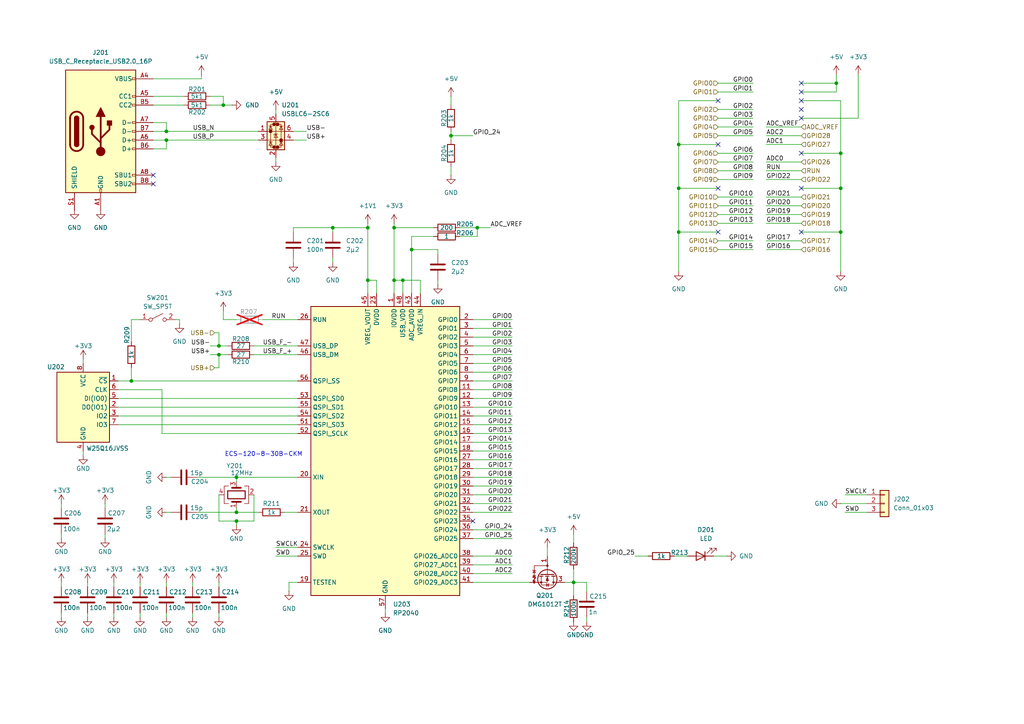
<source format=kicad_sch>
(kicad_sch (version 20231120) (generator "eeschema") (generator_version "8.0")
  (paper "A4")
  (title_block (title "VersaTerm Synthron Adaptation") (date "2024-09-26") (rev "1.0") (company "Synthron"))
  (lib_symbols
    (symbol "Connector:USB_C_Receptacle_USB2.0_16P" (pin_names (offset 1.016))
      (property "Reference" "J" (at 0 22.225 0))
      (property "Value" "USB_C_Receptacle_USB2.0_16P" (at 0 19.685 0))
      (symbol "USB_C_Receptacle_USB2.0_16P_1_1"
        (pin passive line (at 0 -22.86 90) (length 5.08) (name "GND") (number "A1"))
        (pin passive line (at 0 -22.86 90) (length 5.08) hide (name "GND") (number "A12"))
        (pin passive line (at 15.24 15.24 180) (length 5.08) (name "VBUS") (number "A4"))
        (pin bidirectional line (at 15.24 10.16 180) (length 5.08) (name "CC1") (number "A5"))
        (pin bidirectional line (at 15.24 -2.54 180) (length 5.08) (name "D+") (number "A6"))
        (pin bidirectional line (at 15.24 2.54 180) (length 5.08) (name "D-") (number "A7"))
        (pin bidirectional line (at 15.24 -12.7 180) (length 5.08) (name "SBU1") (number "A8"))
        (pin passive line (at 15.24 15.24 180) (length 5.08) hide (name "VBUS") (number "A9"))
        (pin passive line (at 0 -22.86 90) (length 5.08) hide (name "GND") (number "B1"))
        (pin passive line (at 0 -22.86 90) (length 5.08) hide (name "GND") (number "B12"))
        (pin passive line (at 15.24 15.24 180) (length 5.08) hide (name "VBUS") (number "B4"))
        (pin bidirectional line (at 15.24 7.62 180) (length 5.08) (name "CC2") (number "B5"))
        (pin bidirectional line (at 15.24 -5.08 180) (length 5.08) (name "D+") (number "B6"))
        (pin bidirectional line (at 15.24 0 180) (length 5.08) (name "D-") (number "B7"))
        (pin bidirectional line (at 15.24 -15.24 180) (length 5.08) (name "SBU2") (number "B8"))
        (pin passive line (at 15.24 15.24 180) (length 5.08) hide (name "VBUS") (number "B9"))
        (pin passive line (at -7.62 -22.86 90) (length 5.08) (name "SHIELD") (number "S1"))
      )
    )
    (symbol "Connector_Generic:Conn_01x03" (pin_names (offset 1.016) hide)
      (property "Reference" "J" (at 0 5.08 0))
      (property "Value" "Conn_01x03" (at 0 -5.08 0))
      (symbol "Conn_01x03_1_1"
        (pin passive line (at -5.08 2.54 0) (length 3.81) (name "Pin_1") (number "1"))
        (pin passive line (at -5.08 0 0) (length 3.81) (name "Pin_2") (number "2"))
        (pin passive line (at -5.08 -2.54 0) (length 3.81) (name "Pin_3") (number "3"))
      )
    )
    (symbol "Device:C" (pin_numbers hide) (pin_names (offset 0.254))
      (property "Reference" "C" (at 0.635 2.54 0))
      (property "Value" "C" (at 0.635 -2.54 0))
      (symbol "C_1_1"
        (pin passive line (at 0 3.81 270) (length 2.794) (name "~") (number "1"))
        (pin passive line (at 0 -3.81 90) (length 2.794) (name "~") (number "2"))
      )
    )
    (symbol "Device:Crystal_GND24" (pin_names (offset 1.016) hide)
      (property "Reference" "Y" (at 3.175 5.08 0))
      (property "Value" "Crystal_GND24" (at 3.175 3.175 0))
      (symbol "Crystal_GND24_1_1"
        (pin passive line (at -3.81 0 0) (length 1.27) (name "1") (number "1"))
        (pin passive line (at 0 5.08 270) (length 1.27) (name "2") (number "2"))
        (pin passive line (at 3.81 0 180) (length 1.27) (name "3") (number "3"))
        (pin passive line (at 0 -5.08 90) (length 1.27) (name "4") (number "4"))
      )
    )
    (symbol "Device:LED" (pin_numbers hide) (pin_names (offset 1.016) hide)
      (property "Reference" "D" (at 0 2.54 0))
      (property "Value" "LED" (at 0 -2.54 0))
      (symbol "LED_1_1"
        (pin passive line (at -3.81 0 0) (length 2.54) (name "K") (number "1"))
        (pin passive line (at 3.81 0 180) (length 2.54) (name "A") (number "2"))
      )
    )
    (symbol "Device:R" (pin_numbers hide) (pin_names (offset 0))
      (property "Reference" "R" (at 2.032 0 90))
      (property "Value" "R" (at 0 0 90))
      (symbol "R_1_1"
        (pin passive line (at 0 3.81 270) (length 1.27) (name "~") (number "1"))
        (pin passive line (at 0 -3.81 90) (length 1.27) (name "~") (number "2"))
      )
    )
    (symbol "MCU_RaspberryPi:RP2040"
      (property "Reference" "U" (at 17.78 45.72 0))
      (property "Value" "RP2040" (at 17.78 43.18 0))
      (symbol "RP2040_1_1"
        (pin power_in line (at 2.54 45.72 270) (length 3.81) (name "IOVDD") (number "1"))
        (pin passive line (at 2.54 45.72 270) (length 3.81) hide (name "IOVDD") (number "10"))
        (pin bidirectional line (at 25.4 17.78 180) (length 3.81) (name "GPIO8") (number "11"))
        (pin bidirectional line (at 25.4 15.24 180) (length 3.81) (name "GPIO9") (number "12"))
        (pin bidirectional line (at 25.4 12.7 180) (length 3.81) (name "GPIO10") (number "13"))
        (pin bidirectional line (at 25.4 10.16 180) (length 3.81) (name "GPIO11") (number "14"))
        (pin bidirectional line (at 25.4 7.62 180) (length 3.81) (name "GPIO12") (number "15"))
        (pin bidirectional line (at 25.4 5.08 180) (length 3.81) (name "GPIO13") (number "16"))
        (pin bidirectional line (at 25.4 2.54 180) (length 3.81) (name "GPIO14") (number "17"))
        (pin bidirectional line (at 25.4 0 180) (length 3.81) (name "GPIO15") (number "18"))
        (pin input line (at -25.4 -38.1 0) (length 3.81) (name "TESTEN") (number "19"))
        (pin bidirectional line (at 25.4 38.1 180) (length 3.81) (name "GPIO0") (number "2"))
        (pin input line (at -25.4 -7.62 0) (length 3.81) (name "XIN") (number "20"))
        (pin passive line (at -25.4 -17.78 0) (length 3.81) (name "XOUT") (number "21"))
        (pin passive line (at 2.54 45.72 270) (length 3.81) hide (name "IOVDD") (number "22"))
        (pin power_in line (at -2.54 45.72 270) (length 3.81) (name "DVDD") (number "23"))
        (pin input line (at -25.4 -27.94 0) (length 3.81) (name "SWCLK") (number "24"))
        (pin bidirectional line (at -25.4 -30.48 0) (length 3.81) (name "SWD") (number "25"))
        (pin input line (at -25.4 38.1 0) (length 3.81) (name "RUN") (number "26"))
        (pin bidirectional line (at 25.4 -2.54 180) (length 3.81) (name "GPIO16") (number "27"))
        (pin bidirectional line (at 25.4 -5.08 180) (length 3.81) (name "GPIO17") (number "28"))
        (pin bidirectional line (at 25.4 -7.62 180) (length 3.81) (name "GPIO18") (number "29"))
        (pin bidirectional line (at 25.4 35.56 180) (length 3.81) (name "GPIO1") (number "3"))
        (pin bidirectional line (at 25.4 -10.16 180) (length 3.81) (name "GPIO19") (number "30"))
        (pin bidirectional line (at 25.4 -12.7 180) (length 3.81) (name "GPIO20") (number "31"))
        (pin bidirectional line (at 25.4 -15.24 180) (length 3.81) (name "GPIO21") (number "32"))
        (pin passive line (at 2.54 45.72 270) (length 3.81) hide (name "IOVDD") (number "33"))
        (pin bidirectional line (at 25.4 -17.78 180) (length 3.81) (name "GPIO22") (number "34"))
        (pin bidirectional line (at 25.4 -20.32 180) (length 3.81) (name "GPIO23") (number "35"))
        (pin bidirectional line (at 25.4 -22.86 180) (length 3.81) (name "GPIO24") (number "36"))
        (pin bidirectional line (at 25.4 -25.4 180) (length 3.81) (name "GPIO25") (number "37"))
        (pin bidirectional line (at 25.4 -30.48 180) (length 3.81) (name "GPIO26_ADC0") (number "38"))
        (pin bidirectional line (at 25.4 -33.02 180) (length 3.81) (name "GPIO27_ADC1") (number "39"))
        (pin bidirectional line (at 25.4 33.02 180) (length 3.81) (name "GPIO2") (number "4"))
        (pin bidirectional line (at 25.4 -35.56 180) (length 3.81) (name "GPIO28_ADC2") (number "40"))
        (pin bidirectional line (at 25.4 -38.1 180) (length 3.81) (name "GPIO29_ADC3") (number "41"))
        (pin passive line (at 2.54 45.72 270) (length 3.81) hide (name "IOVDD") (number "42"))
        (pin power_in line (at 7.62 45.72 270) (length 3.81) (name "ADC_AVDD") (number "43"))
        (pin power_in line (at 10.16 45.72 270) (length 3.81) (name "VREG_IN") (number "44"))
        (pin power_out line (at -5.08 45.72 270) (length 3.81) (name "VREG_VOUT") (number "45"))
        (pin bidirectional line (at -25.4 27.94 0) (length 3.81) (name "USB_DM") (number "46"))
        (pin bidirectional line (at -25.4 30.48 0) (length 3.81) (name "USB_DP") (number "47"))
        (pin power_in line (at 5.08 45.72 270) (length 3.81) (name "USB_VDD") (number "48"))
        (pin passive line (at 2.54 45.72 270) (length 3.81) hide (name "IOVDD") (number "49"))
        (pin bidirectional line (at 25.4 30.48 180) (length 3.81) (name "GPIO3") (number "5"))
        (pin passive line (at -2.54 45.72 270) (length 3.81) hide (name "DVDD") (number "50"))
        (pin bidirectional line (at -25.4 7.62 0) (length 3.81) (name "QSPI_SD3") (number "51"))
        (pin output line (at -25.4 5.08 0) (length 3.81) (name "QSPI_SCLK") (number "52"))
        (pin bidirectional line (at -25.4 15.24 0) (length 3.81) (name "QSPI_SD0") (number "53"))
        (pin bidirectional line (at -25.4 10.16 0) (length 3.81) (name "QSPI_SD2") (number "54"))
        (pin bidirectional line (at -25.4 12.7 0) (length 3.81) (name "QSPI_SD1") (number "55"))
        (pin bidirectional line (at -25.4 20.32 0) (length 3.81) (name "QSPI_SS") (number "56"))
        (pin power_in line (at 0 -45.72 90) (length 3.81) (name "GND") (number "57"))
        (pin bidirectional line (at 25.4 27.94 180) (length 3.81) (name "GPIO4") (number "6"))
        (pin bidirectional line (at 25.4 25.4 180) (length 3.81) (name "GPIO5") (number "7"))
        (pin bidirectional line (at 25.4 22.86 180) (length 3.81) (name "GPIO6") (number "8"))
        (pin bidirectional line (at 25.4 20.32 180) (length 3.81) (name "GPIO7") (number "9"))
      )
    )
    (symbol "Memory_Flash:W25Q16JVSS"
      (property "Reference" "U" (at -6.35 11.43 0))
      (property "Value" "W25Q16JVSS" (at 7.62 11.43 0))
      (symbol "W25Q16JVSS_1_1"
        (pin input line (at -10.16 7.62 0) (length 2.54) (name "~{CS}") (number "1"))
        (pin bidirectional line (at -10.16 0 0) (length 2.54) (name "DO(IO1)") (number "2"))
        (pin bidirectional line (at -10.16 -2.54 0) (length 2.54) (name "IO2") (number "3"))
        (pin power_in line (at 0 -12.7 90) (length 2.54) (name "GND") (number "4"))
        (pin bidirectional line (at -10.16 2.54 0) (length 2.54) (name "DI(IO0)") (number "5"))
        (pin input line (at -10.16 5.08 0) (length 2.54) (name "CLK") (number "6"))
        (pin bidirectional line (at -10.16 -5.08 0) (length 2.54) (name "IO3") (number "7"))
        (pin power_in line (at 0 12.7 270) (length 2.54) (name "VCC") (number "8"))
      )
    )
    (symbol "Power_Protection:USBLC6-2SC6" (pin_names hide)
      (property "Reference" "U" (at 0.635 5.715 0))
      (property "Value" "USBLC6-2SC6" (at 0.635 3.81 0))
      (symbol "USBLC6-2SC6_1_1"
        (pin passive line (at -5.08 0 0) (length 2.54) (name "I/O1") (number "1"))
        (pin passive line (at 0 -7.62 90) (length 2.54) (name "GND") (number "2"))
        (pin passive line (at -5.08 -2.54 0) (length 2.54) (name "I/O2") (number "3"))
        (pin passive line (at 5.08 -2.54 180) (length 2.54) (name "I/O2") (number "4"))
        (pin passive line (at 0 5.08 270) (length 2.54) (name "VBUS") (number "5"))
        (pin passive line (at 5.08 0 180) (length 2.54) (name "I/O1") (number "6"))
      )
    )
    (symbol "Switch:SW_SPST" (pin_names (offset 0) hide)
      (property "Reference" "SW" (at 0 3.175 0))
      (property "Value" "SW_SPST" (at 0 -2.54 0))
      (symbol "SW_SPST_1_1"
        (pin passive line (at -5.08 0 0) (length 2.54) (name "A") (number "1"))
        (pin passive line (at 5.08 0 180) (length 2.54) (name "B") (number "2"))
      )
    )
    (symbol "Transistor_FET:DMG1012T" (pin_names (offset 0) hide)
      (property "Reference" "Q" (at 5.08 1.905 0))
      (property "Value" "DMG1012T" (at 5.08 0 0))
      (symbol "DMG1012T_1_1"
        (pin input line (at -5.08 0 0) (length 2.54) (name "G") (number "1"))
        (pin passive line (at 2.54 -5.08 90) (length 2.54) (name "S") (number "2"))
        (pin passive line (at 2.54 5.08 270) (length 2.54) (name "D") (number "3"))
      )
    )
    (symbol "power:+1V1" (power) (pin_numbers hide) (pin_names (offset 0) hide)
      (property "Value" "+1V1" (at 0 3.556 0))
      (symbol "+1V1_1_1"
        (pin power_in line (at 0 0 90) (length 0) (name "~") (number "1"))
      )
    )
    (symbol "power:+3V3" (power) (pin_numbers hide) (pin_names (offset 0) hide)
      (property "Value" "+3V3" (at 0 3.556 0))
      (symbol "+3V3_1_1"
        (pin power_in line (at 0 0 90) (length 0) (name "~") (number "1"))
      )
    )
    (symbol "power:+5V" (power) (pin_numbers hide) (pin_names (offset 0) hide)
      (property "Value" "+5V" (at 0 3.556 0))
      (symbol "+5V_1_1"
        (pin power_in line (at 0 0 90) (length 0) (name "~") (number "1"))
      )
    )
    (symbol "power:GND" (power) (pin_numbers hide) (pin_names (offset 0) hide)
      (property "Value" "GND" (at 0 -3.81 0))
      (symbol "GND_1_1"
        (pin power_in line (at 0 0 270) (length 0) (name "~") (number "1"))
      )
    )
  )
  (junction (at 243.84 44.45))
  (junction (at 106.68 81.28))
  (junction (at 68.58 151.13))
  (junction (at 130.81 39.37))
  (junction (at 196.85 41.91))
  (junction (at 63.5 100.33))
  (junction (at 68.58 148.59))
  (junction (at 243.84 54.61))
  (junction (at 196.85 54.61))
  (junction (at 196.85 67.31))
  (junction (at 138.43 66.04))
  (junction (at 63.5 102.87))
  (junction (at 116.84 81.28))
  (junction (at 242.57 24.13))
  (junction (at 166.37 168.91))
  (junction (at 106.68 66.04))
  (junction (at 48.26 38.1))
  (junction (at 68.58 138.43))
  (junction (at 114.3 81.28))
  (junction (at 114.3 66.04))
  (junction (at 243.84 67.31))
  (junction (at 64.77 30.48))
  (junction (at 119.38 72.39))
  (junction (at 96.52 66.04))
  (junction (at 38.1 110.49))
  (junction (at 48.26 40.64))
  (no_connect (at 44.45 53.34))
  (no_connect (at 44.45 50.8))
  (no_connect (at 232.41 26.67))
  (no_connect (at 232.41 44.45))
  (no_connect (at 232.41 67.31))
  (no_connect (at 208.28 41.91))
  (no_connect (at 232.41 54.61))
  (no_connect (at 137.16 151.13))
  (no_connect (at 208.28 54.61))
  (no_connect (at 208.28 67.31))
  (no_connect (at 232.41 29.21))
  (no_connect (at 232.41 24.13))
  (no_connect (at 232.41 34.29))
  (no_connect (at 232.41 31.75))
  (no_connect (at 208.28 29.21))
  (wire (pts (xy 44.45 27.94) (xy 53.34 27.94)))
  (wire (pts (xy 25.4 177.8) (xy 25.4 179.07)))
  (wire (pts (xy 85.09 38.1) (xy 88.9 38.1)))
  (wire (pts (xy 148.59 143.51) (xy 137.16 143.51)))
  (wire (pts (xy 218.44 59.69) (xy 208.28 59.69)))
  (wire (pts (xy 96.52 66.04) (xy 96.52 67.31)))
  (wire (pts (xy 148.59 148.59) (xy 137.16 148.59)))
  (wire (pts (xy 55.88 168.91) (xy 55.88 170.18)))
  (wire (pts (xy 52.07 93.98) (xy 52.07 92.71)))
  (wire (pts (xy 34.29 115.57) (xy 86.36 115.57)))
  (wire (pts (xy 137.16 156.21) (xy 148.59 156.21)))
  (wire (pts (xy 116.84 81.28) (xy 114.3 81.28)))
  (wire (pts (xy 196.85 41.91) (xy 196.85 54.61)))
  (wire (pts (xy 68.58 148.59) (xy 74.93 148.59)))
  (wire (pts (xy 245.11 148.59) (xy 251.46 148.59)))
  (wire (pts (xy 106.68 64.77) (xy 106.68 66.04)))
  (wire (pts (xy 218.44 46.99) (xy 208.28 46.99)))
  (wire (pts (xy 114.3 66.04) (xy 114.3 81.28)))
  (wire (pts (xy 68.58 138.43) (xy 68.58 139.7)))
  (wire (pts (xy 63.5 102.87) (xy 66.04 102.87)))
  (wire (pts (xy 232.41 26.67) (xy 242.57 26.67)))
  (wire (pts (xy 46.99 113.03) (xy 34.29 113.03)))
  (wire (pts (xy 148.59 107.95) (xy 137.16 107.95)))
  (wire (pts (xy 148.59 163.83) (xy 137.16 163.83)))
  (wire (pts (xy 73.66 143.51) (xy 73.66 151.13)))
  (wire (pts (xy 67.31 30.48) (xy 64.77 30.48)))
  (wire (pts (xy 17.78 177.8) (xy 17.78 179.07)))
  (wire (pts (xy 24.13 130.81) (xy 24.13 132.08)))
  (wire (pts (xy 243.84 67.31) (xy 243.84 78.74)))
  (wire (pts (xy 127 73.66) (xy 127 72.39)))
  (wire (pts (xy 80.01 161.29) (xy 86.36 161.29)))
  (wire (pts (xy 148.59 125.73) (xy 137.16 125.73)))
  (wire (pts (xy 148.59 110.49) (xy 137.16 110.49)))
  (wire (pts (xy 111.76 176.53) (xy 111.76 177.8)))
  (wire (pts (xy 222.25 46.99) (xy 232.41 46.99)))
  (wire (pts (xy 44.45 30.48) (xy 53.34 30.48)))
  (wire (pts (xy 232.41 54.61) (xy 243.84 54.61)))
  (wire (pts (xy 64.77 90.17) (xy 64.77 92.71)))
  (wire (pts (xy 130.81 39.37) (xy 130.81 40.64)))
  (wire (pts (xy 127 81.28) (xy 127 82.55)))
  (wire (pts (xy 68.58 147.32) (xy 68.58 148.59)))
  (wire (pts (xy 46.99 125.73) (xy 46.99 113.03)))
  (wire (pts (xy 85.09 67.31) (xy 85.09 66.04)))
  (wire (pts (xy 166.37 168.91) (xy 166.37 172.72)))
  (wire (pts (xy 148.59 130.81) (xy 137.16 130.81)))
  (wire (pts (xy 218.44 31.75) (xy 208.28 31.75)))
  (wire (pts (xy 232.41 44.45) (xy 243.84 44.45)))
  (wire (pts (xy 80.01 158.75) (xy 86.36 158.75)))
  (wire (pts (xy 109.22 85.09) (xy 109.22 81.28)))
  (wire (pts (xy 62.23 106.68) (xy 63.5 106.68)))
  (wire (pts (xy 148.59 102.87) (xy 137.16 102.87)))
  (wire (pts (xy 248.92 21.59) (xy 248.92 34.29)))
  (wire (pts (xy 55.88 177.8) (xy 55.88 179.07)))
  (wire (pts (xy 243.84 54.61) (xy 243.84 67.31)))
  (wire (pts (xy 25.4 168.91) (xy 25.4 170.18)))
  (wire (pts (xy 44.45 38.1) (xy 48.26 38.1)))
  (wire (pts (xy 218.44 64.77) (xy 208.28 64.77)))
  (wire (pts (xy 24.13 104.14) (xy 24.13 105.41)))
  (wire (pts (xy 30.48 146.05) (xy 30.48 147.32)))
  (wire (pts (xy 17.78 146.05) (xy 17.78 147.32)))
  (wire (pts (xy 17.78 154.94) (xy 17.78 156.21)))
  (wire (pts (xy 222.25 59.69) (xy 232.41 59.69)))
  (wire (pts (xy 138.43 66.04) (xy 133.35 66.04)))
  (wire (pts (xy 80.01 45.72) (xy 80.01 46.99)))
  (wire (pts (xy 58.42 21.59) (xy 58.42 22.86)))
  (wire (pts (xy 57.15 138.43) (xy 68.58 138.43)))
  (wire (pts (xy 170.18 168.91) (xy 166.37 168.91)))
  (wire (pts (xy 196.85 29.21) (xy 208.28 29.21)))
  (wire (pts (xy 232.41 29.21) (xy 243.84 29.21)))
  (wire (pts (xy 163.83 168.91) (xy 166.37 168.91)))
  (wire (pts (xy 44.45 22.86) (xy 58.42 22.86)))
  (wire (pts (xy 80.01 31.75) (xy 80.01 33.02)))
  (wire (pts (xy 60.96 100.33) (xy 63.5 100.33)))
  (wire (pts (xy 48.26 177.8) (xy 48.26 179.07)))
  (wire (pts (xy 96.52 74.93) (xy 96.52 76.2)))
  (wire (pts (xy 218.44 34.29) (xy 208.28 34.29)))
  (wire (pts (xy 68.58 138.43) (xy 86.36 138.43)))
  (wire (pts (xy 48.26 40.64) (xy 74.93 40.64)))
  (wire (pts (xy 52.07 92.71) (xy 50.8 92.71)))
  (wire (pts (xy 148.59 97.79) (xy 137.16 97.79)))
  (wire (pts (xy 127 72.39) (xy 119.38 72.39)))
  (wire (pts (xy 119.38 68.58) (xy 119.38 72.39)))
  (wire (pts (xy 30.48 154.94) (xy 30.48 156.21)))
  (wire (pts (xy 63.5 106.68) (xy 63.5 102.87)))
  (wire (pts (xy 73.66 102.87) (xy 86.36 102.87)))
  (wire (pts (xy 170.18 179.07) (xy 170.18 180.34)))
  (wire (pts (xy 207.01 161.29) (xy 210.82 161.29)))
  (wire (pts (xy 109.22 81.28) (xy 106.68 81.28)))
  (wire (pts (xy 138.43 66.04) (xy 142.24 66.04)))
  (wire (pts (xy 68.58 152.4) (xy 68.58 151.13)))
  (wire (pts (xy 148.59 146.05) (xy 137.16 146.05)))
  (wire (pts (xy 73.66 151.13) (xy 68.58 151.13)))
  (wire (pts (xy 63.5 168.91) (xy 63.5 170.18)))
  (wire (pts (xy 130.81 39.37) (xy 137.16 39.37)))
  (wire (pts (xy 137.16 153.67) (xy 148.59 153.67)))
  (wire (pts (xy 40.64 177.8) (xy 40.64 179.07)))
  (wire (pts (xy 38.1 110.49) (xy 86.36 110.49)))
  (wire (pts (xy 166.37 154.94) (xy 166.37 157.48)))
  (wire (pts (xy 106.68 81.28) (xy 106.68 85.09)))
  (wire (pts (xy 222.25 49.53) (xy 232.41 49.53)))
  (wire (pts (xy 64.77 27.94) (xy 60.96 27.94)))
  (wire (pts (xy 96.52 66.04) (xy 106.68 66.04)))
  (wire (pts (xy 137.16 168.91) (xy 153.67 168.91)))
  (wire (pts (xy 232.41 34.29) (xy 248.92 34.29)))
  (wire (pts (xy 133.35 68.58) (xy 138.43 68.58)))
  (wire (pts (xy 243.84 29.21) (xy 243.84 44.45)))
  (wire (pts (xy 158.75 158.75) (xy 158.75 161.29)))
  (wire (pts (xy 60.96 102.87) (xy 63.5 102.87)))
  (wire (pts (xy 242.57 24.13) (xy 242.57 26.67)))
  (wire (pts (xy 114.3 66.04) (xy 125.73 66.04)))
  (wire (pts (xy 222.25 69.85) (xy 232.41 69.85)))
  (wire (pts (xy 232.41 24.13) (xy 242.57 24.13)))
  (wire (pts (xy 48.26 35.56) (xy 48.26 38.1)))
  (wire (pts (xy 119.38 72.39) (xy 119.38 85.09)))
  (wire (pts (xy 63.5 177.8) (xy 63.5 179.07)))
  (wire (pts (xy 44.45 43.18) (xy 48.26 43.18)))
  (wire (pts (xy 64.77 92.71) (xy 68.58 92.71)))
  (wire (pts (xy 34.29 123.19) (xy 86.36 123.19)))
  (wire (pts (xy 148.59 118.11) (xy 137.16 118.11)))
  (wire (pts (xy 222.25 39.37) (xy 232.41 39.37)))
  (wire (pts (xy 148.59 161.29) (xy 137.16 161.29)))
  (wire (pts (xy 148.59 95.25) (xy 137.16 95.25)))
  (wire (pts (xy 222.25 62.23) (xy 232.41 62.23)))
  (wire (pts (xy 148.59 92.71) (xy 137.16 92.71)))
  (wire (pts (xy 222.25 57.15) (xy 232.41 57.15)))
  (wire (pts (xy 125.73 68.58) (xy 119.38 68.58)))
  (wire (pts (xy 148.59 120.65) (xy 137.16 120.65)))
  (wire (pts (xy 222.25 64.77) (xy 232.41 64.77)))
  (wire (pts (xy 82.55 148.59) (xy 86.36 148.59)))
  (wire (pts (xy 60.96 30.48) (xy 64.77 30.48)))
  (wire (pts (xy 64.77 30.48) (xy 64.77 27.94)))
  (wire (pts (xy 222.25 36.83) (xy 232.41 36.83)))
  (wire (pts (xy 130.81 48.26) (xy 130.81 50.8)))
  (wire (pts (xy 63.5 100.33) (xy 66.04 100.33)))
  (wire (pts (xy 38.1 99.06) (xy 38.1 92.71)))
  (wire (pts (xy 196.85 67.31) (xy 196.85 78.74)))
  (wire (pts (xy 196.85 29.21) (xy 196.85 41.91)))
  (wire (pts (xy 218.44 36.83) (xy 208.28 36.83)))
  (wire (pts (xy 148.59 138.43) (xy 137.16 138.43)))
  (wire (pts (xy 218.44 69.85) (xy 208.28 69.85)))
  (wire (pts (xy 33.02 168.91) (xy 33.02 170.18)))
  (wire (pts (xy 85.09 66.04) (xy 96.52 66.04)))
  (wire (pts (xy 40.64 168.91) (xy 40.64 170.18)))
  (wire (pts (xy 86.36 125.73) (xy 46.99 125.73)))
  (wire (pts (xy 148.59 133.35) (xy 137.16 133.35)))
  (wire (pts (xy 196.85 54.61) (xy 208.28 54.61)))
  (wire (pts (xy 48.26 168.91) (xy 48.26 170.18)))
  (wire (pts (xy 218.44 49.53) (xy 208.28 49.53)))
  (wire (pts (xy 243.84 146.05) (xy 251.46 146.05)))
  (wire (pts (xy 138.43 68.58) (xy 138.43 66.04)))
  (wire (pts (xy 63.5 96.52) (xy 63.5 100.33)))
  (wire (pts (xy 49.53 138.43) (xy 48.26 138.43)))
  (wire (pts (xy 222.25 72.39) (xy 232.41 72.39)))
  (wire (pts (xy 243.84 44.45) (xy 243.84 54.61)))
  (wire (pts (xy 196.85 41.91) (xy 208.28 41.91)))
  (wire (pts (xy 114.3 81.28) (xy 114.3 85.09)))
  (wire (pts (xy 232.41 67.31) (xy 243.84 67.31)))
  (wire (pts (xy 63.5 151.13) (xy 68.58 151.13)))
  (wire (pts (xy 222.25 52.07) (xy 232.41 52.07)))
  (wire (pts (xy 106.68 66.04) (xy 106.68 81.28)))
  (wire (pts (xy 218.44 57.15) (xy 208.28 57.15)))
  (wire (pts (xy 196.85 67.31) (xy 208.28 67.31)))
  (wire (pts (xy 57.15 148.59) (xy 68.58 148.59)))
  (wire (pts (xy 34.29 110.49) (xy 38.1 110.49)))
  (wire (pts (xy 218.44 62.23) (xy 208.28 62.23)))
  (wire (pts (xy 148.59 123.19) (xy 137.16 123.19)))
  (wire (pts (xy 63.5 143.51) (xy 63.5 151.13)))
  (wire (pts (xy 245.11 143.51) (xy 251.46 143.51)))
  (wire (pts (xy 218.44 72.39) (xy 208.28 72.39)))
  (wire (pts (xy 242.57 21.59) (xy 242.57 24.13)))
  (wire (pts (xy 48.26 38.1) (xy 74.93 38.1)))
  (wire (pts (xy 114.3 64.77) (xy 114.3 66.04)))
  (wire (pts (xy 130.81 38.1) (xy 130.81 39.37)))
  (wire (pts (xy 218.44 24.13) (xy 208.28 24.13)))
  (wire (pts (xy 148.59 128.27) (xy 137.16 128.27)))
  (wire (pts (xy 34.29 120.65) (xy 86.36 120.65)))
  (wire (pts (xy 48.26 43.18) (xy 48.26 40.64)))
  (wire (pts (xy 218.44 44.45) (xy 208.28 44.45)))
  (wire (pts (xy 34.29 118.11) (xy 86.36 118.11)))
  (wire (pts (xy 76.2 92.71) (xy 86.36 92.71)))
  (wire (pts (xy 121.92 85.09) (xy 121.92 81.28)))
  (wire (pts (xy 148.59 100.33) (xy 137.16 100.33)))
  (wire (pts (xy 17.78 168.91) (xy 17.78 170.18)))
  (wire (pts (xy 49.53 148.59) (xy 48.26 148.59)))
  (wire (pts (xy 85.09 74.93) (xy 85.09 76.2)))
  (wire (pts (xy 166.37 165.1) (xy 166.37 168.91)))
  (wire (pts (xy 38.1 92.71) (xy 40.64 92.71)))
  (wire (pts (xy 116.84 85.09) (xy 116.84 81.28)))
  (wire (pts (xy 33.02 177.8) (xy 33.02 179.07)))
  (wire (pts (xy 184.15 161.29) (xy 187.96 161.29)))
  (wire (pts (xy 83.82 168.91) (xy 83.82 171.45)))
  (wire (pts (xy 170.18 171.45) (xy 170.18 168.91)))
  (wire (pts (xy 44.45 40.64) (xy 48.26 40.64)))
  (wire (pts (xy 38.1 110.49) (xy 38.1 106.68)))
  (wire (pts (xy 73.66 100.33) (xy 86.36 100.33)))
  (wire (pts (xy 148.59 115.57) (xy 137.16 115.57)))
  (wire (pts (xy 62.23 96.52) (xy 63.5 96.52)))
  (wire (pts (xy 148.59 166.37) (xy 137.16 166.37)))
  (wire (pts (xy 148.59 113.03) (xy 137.16 113.03)))
  (wire (pts (xy 148.59 135.89) (xy 137.16 135.89)))
  (wire (pts (xy 195.58 161.29) (xy 199.39 161.29)))
  (wire (pts (xy 86.36 168.91) (xy 83.82 168.91)))
  (wire (pts (xy 121.92 81.28) (xy 116.84 81.28)))
  (wire (pts (xy 218.44 39.37) (xy 208.28 39.37)))
  (wire (pts (xy 196.85 54.61) (xy 196.85 67.31)))
  (wire (pts (xy 222.25 41.91) (xy 232.41 41.91)))
  (wire (pts (xy 148.59 140.97) (xy 137.16 140.97)))
  (wire (pts (xy 85.09 40.64) (xy 88.9 40.64)))
  (wire (pts (xy 148.59 105.41) (xy 137.16 105.41)))
  (wire (pts (xy 44.45 35.56) (xy 48.26 35.56)))
  (wire (pts (xy 218.44 26.67) (xy 208.28 26.67)))
  (wire (pts (xy 130.81 27.94) (xy 130.81 30.48)))
  (wire (pts (xy 218.44 52.07) (xy 208.28 52.07)))
  (text "ECS-120-8-30B-CKM " (at 76.962 131.826 0) (effects (font (size 1.27 1.27))))
  (label "USB_F_+" (at 76.2 102.87 0))
  (label "GPIO14" (at 218.44 69.85 180))
  (label "GPIO1" (at 148.59 95.25 180))
  (label "GPIO8" (at 218.44 49.53 180))
  (label "GPIO17" (at 148.59 135.89 180))
  (label "ADC0" (at 148.59 161.29 180))
  (label "GPIO0" (at 218.44 24.13 180))
  (label "GPIO_25" (at 184.15 161.29 180))
  (label "GPIO14" (at 148.59 128.27 180))
  (label "GPIO3" (at 148.59 100.33 180))
  (label "GPIO15" (at 148.59 130.81 180))
  (label "GPIO5" (at 148.59 105.41 180))
  (label "RUN" (at 222.25 49.53 0))
  (label "GPIO10" (at 148.59 118.11 180))
  (label "GPIO21" (at 148.59 146.05 180))
  (label "GPIO_25" (at 148.59 156.21 180))
  (label "RUN" (at 78.74 92.71 0))
  (label "ADC_VREF" (at 222.25 36.83 0))
  (label "USB+" (at 60.96 102.87 180))
  (label "GPIO21" (at 222.25 57.15 0))
  (label "GPIO18" (at 222.25 64.77 0))
  (label "GPIO13" (at 148.59 125.73 180))
  (label "USB+" (at 88.9 40.64 0))
  (label "GPIO6" (at 218.44 44.45 180))
  (label "GPIO8" (at 148.59 113.03 180))
  (label "SWD" (at 245.11 148.59 0))
  (label "GPIO_24" (at 137.16 39.37 0))
  (label "GPIO_24" (at 148.59 153.67 180))
  (label "GPIO11" (at 148.59 120.65 180))
  (label "GPIO1" (at 218.44 26.67 180))
  (label "GPIO19" (at 148.59 140.97 180))
  (label "ADC2" (at 148.59 166.37 180))
  (label "GPIO0" (at 148.59 92.71 180))
  (label "GPIO19" (at 222.25 62.23 0))
  (label "GPIO10" (at 218.44 57.15 180))
  (label "GPIO4" (at 218.44 36.83 180))
  (label "ADC2" (at 222.25 39.37 0))
  (label "ADC1" (at 222.25 41.91 0))
  (label "GPIO9" (at 218.44 52.07 180))
  (label "GPIO13" (at 218.44 64.77 180))
  (label "ADC1" (at 148.59 163.83 180))
  (label "GPIO15" (at 218.44 72.39 180))
  (label "GPIO12" (at 148.59 123.19 180))
  (label "USB_N" (at 55.88 38.1 0))
  (label "GPIO22" (at 222.25 52.07 0))
  (label "USB_F_-" (at 76.2 100.33 0))
  (label "GPIO20" (at 148.59 143.51 180))
  (label "GPIO17" (at 222.25 69.85 0))
  (label "GPIO2" (at 218.44 31.75 180))
  (label "GPIO11" (at 218.44 59.69 180))
  (label "USB_P" (at 55.88 40.64 0))
  (label "SWCLK" (at 80.01 158.75 0))
  (label "GPIO7" (at 148.59 110.49 180))
  (label "ADC_VREF" (at 142.24 66.04 0))
  (label "GPIO9" (at 148.59 115.57 180))
  (label "GPIO18" (at 148.59 138.43 180))
  (label "USB-" (at 88.9 38.1 0))
  (label "GPIO22" (at 148.59 148.59 180))
  (label "GPIO16" (at 222.25 72.39 0))
  (label "GPIO20" (at 222.25 59.69 0))
  (label "SWCLK" (at 245.11 143.51 0))
  (label "GPIO16" (at 148.59 133.35 180))
  (label "GPIO3" (at 218.44 34.29 180))
  (label "GPIO12" (at 218.44 62.23 180))
  (label "GPIO4" (at 148.59 102.87 180))
  (label "USB-" (at 60.96 100.33 180))
  (label "GPIO7" (at 218.44 46.99 180))
  (label "SWD" (at 80.01 161.29 0))
  (label "GPIO6" (at 148.59 107.95 180))
  (label "ADC0" (at 222.25 46.99 0))
  (label "GPIO5" (at 218.44 39.37 180))
  (label "GPIO2" (at 148.59 97.79 180))
  (hierarchical_label "GPIO28" (shape input) (at 232.41 39.37 0))
  (hierarchical_label "GPIO18" (shape input) (at 232.41 64.77 0))
  (hierarchical_label "GPIO27" (shape input) (at 232.41 41.91 0))
  (hierarchical_label "ADC_VREF" (shape input) (at 232.41 36.83 0))
  (hierarchical_label "GPIO10" (shape input) (at 208.28 57.15 180))
  (hierarchical_label "GPIO11" (shape input) (at 208.28 59.69 180))
  (hierarchical_label "GPIO1" (shape input) (at 208.28 26.67 180))
  (hierarchical_label "GPIO9" (shape input) (at 208.28 52.07 180))
  (hierarchical_label "GPIO19" (shape input) (at 232.41 62.23 0))
  (hierarchical_label "GPIO14" (shape input) (at 208.28 69.85 180))
  (hierarchical_label "GPIO8" (shape input) (at 208.28 49.53 180))
  (hierarchical_label "GPIO22" (shape input) (at 232.41 52.07 0))
  (hierarchical_label "RUN" (shape input) (at 232.41 49.53 0))
  (hierarchical_label "GPIO16" (shape input) (at 232.41 72.39 0))
  (hierarchical_label "USB+" (shape input) (at 62.23 106.68 180))
  (hierarchical_label "GPIO3" (shape input) (at 208.28 34.29 180))
  (hierarchical_label "GPIO0" (shape input) (at 208.28 24.13 180))
  (hierarchical_label "USB-" (shape input) (at 62.23 96.52 180))
  (hierarchical_label "GPIO6" (shape input) (at 208.28 44.45 180))
  (hierarchical_label "GPIO13" (shape input) (at 208.28 64.77 180))
  (hierarchical_label "GPIO15" (shape input) (at 208.28 72.39 180))
  (hierarchical_label "GPIO21" (shape input) (at 232.41 57.15 0))
  (hierarchical_label "GPIO4" (shape input) (at 208.28 36.83 180))
  (hierarchical_label "GPIO20" (shape input) (at 232.41 59.69 0))
  (hierarchical_label "GPIO5" (shape input) (at 208.28 39.37 180))
  (hierarchical_label "GPIO17" (shape input) (at 232.41 69.85 0))
  (hierarchical_label "GPIO7" (shape input) (at 208.28 46.99 180))
  (hierarchical_label "GPIO2" (shape input) (at 208.28 31.75 180))
  (hierarchical_label "GPIO26" (shape input) (at 232.41 46.99 0))
  (hierarchical_label "GPIO12" (shape input) (at 208.28 62.23 180))
  (symbol (lib_id "power:+3V3") (at 25.4 168.91 0) (unit 1)
    (property "Reference" "#PWR0234" (effects (hide yes)))
    (property "Value" "+3V3" (at 25.4 165.1 0))
    (property "Description" "Power symbol creates a global label with name \"+3V3\"" (effects (hide yes)))
  )
  (symbol (lib_id "power:+5V") (at 80.01 31.75 0) (unit 1)
    (property "Reference" "#PWR0206" (effects (hide yes)))
    (property "Value" "+5V" (at 80.01 26.67 0))
    (property "Description" "Power symbol creates a global label with name \"+5V\"" (effects (hide yes)))
  )
  (symbol (lib_id "power:GND") (at 85.09 76.2 0) (unit 1)
    (property "Reference" "#PWR0213" (effects (hide yes)))
    (property "Value" "GND" (at 85.09 81.28 0))
    (property "Description" "Power symbol creates a global label with name \"GND\" , ground" (effects (hide yes)))
  )
  (symbol (lib_id "Device:R") (at 191.77 161.29 90) (unit 1)
    (property "Reference" "R213" (at 197.104 160.274 90))
    (property "Value" "1k" (at 191.77 161.29 90))
    (property "Footprint" "Resistor_SMD:R_0805_2012Metric" (effects (hide yes)))
    (property "Description" "Resistor" (effects (hide yes)))
  )
  (symbol (lib_id "Device:C") (at 96.52 71.12 0) (unit 1)
    (property "Reference" "C202" (at 100.33 69.8499 0) (effects (justify left)))
    (property "Value" "2µ2" (at 100.33 72.3899 0) (effects (justify left)))
    (property "Footprint" "Capacitor_SMD:C_0805_2012Metric" (effects (hide yes)))
    (property "Description" "Unpolarized capacitor" (effects (hide yes)))
  )
  (symbol (lib_id "power:+5V") (at 166.37 154.94 0) (unit 1)
    (property "Reference" "#PWR0228" (effects (hide yes)))
    (property "Value" "+5V" (at 166.37 149.86 0))
    (property "Description" "Power symbol creates a global label with name \"+5V\"" (effects (hide yes)))
  )
  (symbol (lib_id "Device:R") (at 130.81 44.45 180) (unit 1)
    (property "Reference" "R204" (at 128.778 44.45 90))
    (property "Value" "1k" (at 130.81 44.45 90))
    (property "Footprint" "Resistor_SMD:R_0805_2012Metric" (effects (hide yes)))
    (property "Description" "Resistor" (effects (hide yes)))
  )
  (symbol (lib_id "power:GND") (at 48.26 148.59 270) (unit 1)
    (property "Reference" "#PWR0226" (effects (hide yes)))
    (property "Value" "GND" (at 43.18 148.59 0))
    (property "Description" "Power symbol creates a global label with name \"GND\" , ground" (effects (hide yes)))
  )
  (symbol (lib_id "Device:R") (at 78.74 148.59 90) (unit 1)
    (property "Reference" "R211" (at 78.74 146.05 90))
    (property "Value" "1k" (at 78.74 148.59 90))
    (property "Footprint" "Resistor_SMD:R_0805_2012Metric" (effects (hide yes)))
    (property "Description" "Resistor" (effects (hide yes)))
  )
  (symbol (lib_id "power:GND") (at 55.88 179.07 0) (unit 1)
    (property "Reference" "#PWR0247" (effects (hide yes)))
    (property "Value" "GND" (at 55.88 182.88 0))
    (property "Description" "Power symbol creates a global label with name \"GND\" , ground" (effects (hide yes)))
  )
  (symbol (lib_id "Device:R") (at 57.15 30.48 90) (unit 1)
    (property "Reference" "R202" (at 57.15 32.512 90))
    (property "Value" "5k1" (at 57.15 30.48 90))
    (property "Footprint" "Resistor_SMD:R_0805_2012Metric" (effects (hide yes)))
    (property "Description" "Resistor" (effects (hide yes)))
  )
  (symbol (lib_id "power:+3V3") (at 64.77 90.17 0) (unit 1)
    (property "Reference" "#PWR0218" (effects (hide yes)))
    (property "Value" "+3V3" (at 64.77 85.09 0))
    (property "Description" "Power symbol creates a global label with name \"+3V3\"" (effects (hide yes)))
  )
  (symbol (lib_id "power:+5V") (at 130.81 27.94 0) (unit 1)
    (property "Reference" "#PWR0204" (effects (hide yes)))
    (property "Value" "+5V" (at 130.81 22.86 0))
    (property "Description" "Power symbol creates a global label with name \"+5V\"" (effects (hide yes)))
  )
  (symbol (lib_id "power:GND") (at 68.58 152.4 0) (unit 1)
    (property "Reference" "#PWR0227" (effects (hide yes)))
    (property "Value" "GND" (at 68.58 156.21 0))
    (property "Description" "Power symbol creates a global label with name \"GND\" , ground" (effects (hide yes)))
  )
  (symbol (lib_id "power:GND") (at 30.48 156.21 0) (unit 1)
    (property "Reference" "#PWR0230" (effects (hide yes)))
    (property "Value" "GND" (at 30.48 160.02 0))
    (property "Description" "Power symbol creates a global label with name \"GND\" , ground" (effects (hide yes)))
  )
  (symbol (lib_id "power:GND") (at 170.18 180.34 0) (unit 1)
    (property "Reference" "#PWR0250" (effects (hide yes)))
    (property "Value" "GND" (at 170.18 184.15 0))
    (property "Description" "Power symbol creates a global label with name \"GND\" , ground" (effects (hide yes)))
  )
  (symbol (lib_id "power:GND") (at 210.82 161.29 90) (unit 1)
    (property "Reference" "#PWR0232" (effects (hide yes)))
    (property "Value" "GND" (at 216.408 161.29 90))
    (property "Description" "Power symbol creates a global label with name \"GND\" , ground" (effects (hide yes)))
  )
  (symbol (lib_id "power:+3V3") (at 158.75 158.75 0) (unit 1)
    (property "Reference" "#PWR0231" (effects (hide yes)))
    (property "Value" "+3V3" (at 158.75 153.67 0))
    (property "Description" "Power symbol creates a global label with name \"+3V3\"" (effects (hide yes)))
  )
  (symbol (lib_id "power:+3V3") (at 114.3 64.77 0) (unit 1)
    (property "Reference" "#PWR0212" (effects (hide yes)))
    (property "Value" "+3V3" (at 114.3 59.69 0))
    (property "Description" "Power symbol creates a global label with name \"+3V3\"" (effects (hide yes)))
  )
  (symbol (lib_id "Device:C") (at 53.34 148.59 270) (unit 1)
    (property "Reference" "C205" (at 55.372 149.86 90) (effects (justify left)))
    (property "Value" "15p" (at 55.118 147.32 90) (effects (justify left)))
    (property "Footprint" "Capacitor_SMD:C_0805_2012Metric" (effects (hide yes)))
    (property "Description" "Unpolarized capacitor" (effects (hide yes)))
  )
  (symbol (lib_id "Device:R") (at 69.85 102.87 90) (unit 1)
    (property "Reference" "R210" (at 69.85 104.902 90))
    (property "Value" "27" (at 69.85 102.87 90))
    (property "Footprint" "Resistor_SMD:R_0805_2012Metric" (effects (hide yes)))
    (property "Description" "Resistor" (effects (hide yes)))
  )
  (symbol (lib_id "power:GND") (at 33.02 179.07 0) (unit 1)
    (property "Reference" "#PWR0244" (effects (hide yes)))
    (property "Value" "GND" (at 33.02 182.88 0))
    (property "Description" "Power symbol creates a global label with name \"GND\" , ground" (effects (hide yes)))
  )
  (symbol (lib_id "power:+3V3") (at 17.78 146.05 0) (unit 1)
    (property "Reference" "#PWR0223" (effects (hide yes)))
    (property "Value" "+3V3" (at 17.78 142.24 0))
    (property "Description" "Power symbol creates a global label with name \"+3V3\"" (effects (hide yes)))
  )
  (symbol (lib_id "power:GND") (at 52.07 93.98 0) (unit 1)
    (property "Reference" "#PWR0219" (effects (hide yes)))
    (property "Value" "GND" (at 52.07 99.06 0))
    (property "Description" "Power symbol creates a global label with name \"GND\" , ground" (effects (hide yes)))
  )
  (symbol (lib_id "Device:LED") (at 203.2 161.29 180) (unit 1)
    (property "Reference" "D201" (at 204.7875 153.67 0))
    (property "Value" "LED" (at 204.7875 156.21 0))
    (property "Footprint" "LED_SMD:LED_0805_2012Metric" (effects (hide yes)))
    (property "Description" "Light emitting diode" (effects (hide yes)))
  )
  (symbol (lib_id "power:+3V3") (at 24.13 104.14 0) (unit 1)
    (property "Reference" "#PWR0220" (effects (hide yes)))
    (property "Value" "+3V3" (at 24.13 100.33 0))
    (property "Description" "Power symbol creates a global label with name \"+3V3\"" (effects (hide yes)))
  )
  (symbol (lib_id "Device:C") (at 170.18 175.26 0) (unit 1)
    (property "Reference" "C215" (at 170.942 172.974 0) (effects (justify left)))
    (property "Value" "1n" (at 170.688 177.546 0) (effects (justify left)))
    (property "Footprint" "Capacitor_SMD:C_0805_2012Metric" (effects (hide yes)))
    (property "Description" "Unpolarized capacitor" (effects (hide yes)))
  )
  (symbol (lib_id "power:+3V3") (at 33.02 168.91 0) (unit 1)
    (property "Reference" "#PWR0235" (effects (hide yes)))
    (property "Value" "+3V3" (at 33.02 165.1 0))
    (property "Description" "Power symbol creates a global label with name \"+3V3\"" (effects (hide yes)))
  )
  (symbol (lib_id "MCU_RaspberryPi:RP2040") (at 111.76 130.81 0) (unit 1)
    (property "Reference" "U203" (at 113.9541 175.26 0) (effects (justify left)))
    (property "Value" "RP2040" (at 113.9541 177.8 0) (effects (justify left)))
    (property "Footprint" "Package_DFN_QFN:QFN-56-1EP_7x7mm_P0.4mm_EP3.2x3.2mm_ThermalVias" (effects (hide yes)))
    (property "Datasheet" "https://datasheets.raspberrypi.com/rp2040/rp2040-datasheet.pdf" (effects (hide yes)))
    (property "Description" "A microcontroller by Raspberry Pi" (effects (hide yes)))
  )
  (symbol (lib_id "Device:R") (at 72.39 92.71 270) (mirror x) (unit 1) (dnp yes)
    (property "Reference" "R207" (at 72.136 90.424 90))
    (property "Value" "1k" (at 72.39 92.71 90))
    (property "Footprint" "Resistor_SMD:R_0805_2012Metric" (effects (hide yes)))
    (property "Description" "Resistor" (effects (hide yes)))
  )
  (symbol (lib_id "Device:R") (at 69.85 100.33 90) (unit 1)
    (property "Reference" "R208" (at 69.85 98.298 90))
    (property "Value" "27" (at 69.85 100.33 90))
    (property "Footprint" "Resistor_SMD:R_0805_2012Metric" (effects (hide yes)))
    (property "Description" "Resistor" (effects (hide yes)))
  )
  (symbol (lib_id "Transistor_FET:DMG1012T") (at 158.75 166.37 270) (unit 1)
    (property "Reference" "Q201" (at 158.0515 172.72 90))
    (property "Value" "DMG1012T" (at 158.0515 175.26 90))
    (property "Footprint" "Package_TO_SOT_SMD:SOT-323_SC-70" (effects (hide yes)))
    (property "Datasheet" "https://www.diodes.com/assets/Datasheets/ds31783.pdf" (effects (hide yes)))
    (property "Description" "20V Vds, 0.63 Id, N-Channel MOSFET with ESD protection, SOT-523" (effects (hide yes)))
  )
  (symbol (lib_id "Power_Protection:USBLC6-2SC6") (at 80.01 38.1 0) (unit 1)
    (property "Reference" "U201" (at 81.6611 30.48 0) (effects (justify left)))
    (property "Value" "USBLC6-2SC6" (at 81.6611 33.02 0) (effects (justify left)))
    (property "Footprint" "Package_TO_SOT_SMD:SOT-23-6" (effects (hide yes)))
    (property "Datasheet" "https://www.st.com/resource/en/datasheet/usblc6-2.pdf" (effects (hide yes)))
    (property "Description" "Very low capacitance ESD protection diode, 2 data-line, SOT-23-6" (effects (hide yes)))
  )
  (symbol (lib_id "Device:C") (at 55.88 173.99 0) (unit 1)
    (property "Reference" "C213" (at 56.642 171.704 0) (effects (justify left)))
    (property "Value" "100n" (at 56.388 176.276 0) (effects (justify left)))
    (property "Footprint" "Capacitor_SMD:C_0805_2012Metric" (effects (hide yes)))
    (property "Description" "Unpolarized capacitor" (effects (hide yes)))
  )
  (symbol (lib_id "power:GND") (at 80.01 46.99 0) (unit 1)
    (property "Reference" "#PWR0207" (effects (hide yes)))
    (property "Value" "GND" (at 80.01 52.07 0))
    (property "Description" "Power symbol creates a global label with name \"GND\" , ground" (effects (hide yes)))
  )
  (symbol (lib_id "power:GND") (at 243.84 78.74 0) (unit 1)
    (property "Reference" "#PWR0216" (effects (hide yes)))
    (property "Value" "GND" (at 243.84 83.82 0))
    (property "Description" "Power symbol creates a global label with name \"GND\" , ground" (effects (hide yes)))
  )
  (symbol (lib_id "Device:R") (at 130.81 34.29 180) (unit 1)
    (property "Reference" "R203" (at 128.778 34.29 90))
    (property "Value" "1k" (at 130.81 34.29 90))
    (property "Footprint" "Resistor_SMD:R_0805_2012Metric" (effects (hide yes)))
    (property "Description" "Resistor" (effects (hide yes)))
  )
  (symbol (lib_id "Connector_Generic:Conn_01x03") (at 256.54 146.05 0) (unit 1)
    (property "Reference" "J202" (at 259.08 144.7799 0) (effects (justify left)))
    (property "Value" "Conn_01x03" (at 259.08 147.3199 0) (effects (justify left)))
    (property "Footprint" "Connector_PinHeader_2.54mm:PinHeader_1x03_P2.54mm_Vertical" (effects (hide yes)))
    (property "Description" "Generic connector, single row, 01x03, script generated (kicad-library-utils/schlib/autogen/connector/)" (effects (hide yes)))
  )
  (symbol (lib_id "power:GND") (at 25.4 179.07 0) (unit 1)
    (property "Reference" "#PWR0243" (effects (hide yes)))
    (property "Value" "GND" (at 25.4 182.88 0))
    (property "Description" "Power symbol creates a global label with name \"GND\" , ground" (effects (hide yes)))
  )
  (symbol (lib_id "power:+3V3") (at 63.5 168.91 0) (unit 1)
    (property "Reference" "#PWR0239" (effects (hide yes)))
    (property "Value" "+3V3" (at 63.5 165.1 0))
    (property "Description" "Power symbol creates a global label with name \"+3V3\"" (effects (hide yes)))
  )
  (symbol (lib_id "Device:C") (at 53.34 138.43 270) (unit 1)
    (property "Reference" "C204" (at 55.372 139.7 90) (effects (justify left)))
    (property "Value" "15p" (at 55.118 137.16 90) (effects (justify left)))
    (property "Footprint" "Capacitor_SMD:C_0805_2012Metric" (effects (hide yes)))
    (property "Description" "Unpolarized capacitor" (effects (hide yes)))
  )
  (symbol (lib_id "Device:R") (at 129.54 66.04 90) (unit 1)
    (property "Reference" "R205" (at 134.874 65.024 90))
    (property "Value" "200" (at 129.54 66.04 90))
    (property "Footprint" "Resistor_SMD:R_0805_2012Metric" (effects (hide yes)))
    (property "Description" "Resistor" (effects (hide yes)))
  )
  (symbol (lib_id "Device:R") (at 38.1 102.87 180) (unit 1)
    (property "Reference" "R209" (at 36.83 97.155 90))
    (property "Value" "1k" (at 38.1 102.87 90))
    (property "Footprint" "Resistor_SMD:R_0805_2012Metric" (effects (hide yes)))
    (property "Description" "Resistor" (effects (hide yes)))
  )
  (symbol (lib_id "Device:R") (at 166.37 176.53 180) (unit 1)
    (property "Reference" "R214" (at 164.338 176.53 90))
    (property "Value" "100k" (at 166.37 176.53 90))
    (property "Footprint" "Resistor_SMD:R_0805_2012Metric" (effects (hide yes)))
    (property "Description" "Resistor" (effects (hide yes)))
  )
  (symbol (lib_id "power:+3V3") (at 48.26 168.91 0) (unit 1)
    (property "Reference" "#PWR0237" (effects (hide yes)))
    (property "Value" "+3V3" (at 48.26 165.1 0))
    (property "Description" "Power symbol creates a global label with name \"+3V3\"" (effects (hide yes)))
  )
  (symbol (lib_id "Connector:USB_C_Receptacle_USB2.0_16P") (at 29.21 38.1 0) (unit 1)
    (property "Reference" "J201" (at 29.21 15.24 0))
    (property "Value" "USB_C_Receptacle_USB2.0_16P" (at 29.21 17.78 0))
    (property "Footprint" "Connector_USB:USB_C_Receptacle_G-Switch_GT-USB-7010ASV" (effects (hide yes)))
    (property "Datasheet" "https://www.usb.org/sites/default/files/documents/usb_type-c.zip" (effects (hide yes)))
    (property "Description" "USB 2.0-only 16P Type-C Receptacle connector" (effects (hide yes)))
  )
  (symbol (lib_id "Device:C") (at 127 77.47 0) (unit 1)
    (property "Reference" "C203" (at 130.81 76.1999 0) (effects (justify left)))
    (property "Value" "2µ2" (at 130.81 78.7399 0) (effects (justify left)))
    (property "Footprint" "Capacitor_SMD:C_0805_2012Metric" (effects (hide yes)))
    (property "Description" "Unpolarized capacitor" (effects (hide yes)))
  )
  (symbol (lib_id "Device:C") (at 17.78 173.99 0) (unit 1)
    (property "Reference" "C208" (at 18.542 171.704 0) (effects (justify left)))
    (property "Value" "100n" (at 18.288 176.276 0) (effects (justify left)))
    (property "Footprint" "Capacitor_SMD:C_0805_2012Metric" (effects (hide yes)))
    (property "Description" "Unpolarized capacitor" (effects (hide yes)))
  )
  (symbol (lib_id "Device:C") (at 40.64 173.99 0) (unit 1)
    (property "Reference" "C211" (at 41.402 171.704 0) (effects (justify left)))
    (property "Value" "100n" (at 41.148 176.276 0) (effects (justify left)))
    (property "Footprint" "Capacitor_SMD:C_0805_2012Metric" (effects (hide yes)))
    (property "Description" "Unpolarized capacitor" (effects (hide yes)))
  )
  (symbol (lib_id "power:+1V1") (at 106.68 64.77 0) (unit 1)
    (property "Reference" "#PWR0211" (effects (hide yes)))
    (property "Value" "+1V1" (at 106.68 59.69 0))
    (property "Description" "Power symbol creates a global label with name \"+1V1\"" (effects (hide yes)))
  )
  (symbol (lib_id "Device:C") (at 48.26 173.99 0) (unit 1)
    (property "Reference" "C212" (at 49.022 171.704 0) (effects (justify left)))
    (property "Value" "100n" (at 48.768 176.276 0) (effects (justify left)))
    (property "Footprint" "Capacitor_SMD:C_0805_2012Metric" (effects (hide yes)))
    (property "Description" "Unpolarized capacitor" (effects (hide yes)))
  )
  (symbol (lib_id "power:GND") (at 166.37 180.34 0) (unit 1)
    (property "Reference" "#PWR0249" (effects (hide yes)))
    (property "Value" "GND" (at 166.37 184.15 0))
    (property "Description" "Power symbol creates a global label with name \"GND\" , ground" (effects (hide yes)))
  )
  (symbol (lib_id "power:GND") (at 67.31 30.48 90) (unit 1)
    (property "Reference" "#PWR0205" (effects (hide yes)))
    (property "Value" "GND" (at 71.12 30.4799 90) (effects (justify right)))
    (property "Description" "Power symbol creates a global label with name \"GND\" , ground" (effects (hide yes)))
  )
  (symbol (lib_id "power:+3V3") (at 55.88 168.91 0) (unit 1)
    (property "Reference" "#PWR0238" (effects (hide yes)))
    (property "Value" "+3V3" (at 55.88 165.1 0))
    (property "Description" "Power symbol creates a global label with name \"+3V3\"" (effects (hide yes)))
  )
  (symbol (lib_id "Device:R") (at 57.15 27.94 90) (unit 1)
    (property "Reference" "R201" (at 57.15 25.908 90))
    (property "Value" "5k1" (at 57.15 27.94 90))
    (property "Footprint" "Resistor_SMD:R_0805_2012Metric" (effects (hide yes)))
    (property "Description" "Resistor" (effects (hide yes)))
  )
  (symbol (lib_id "Device:C") (at 25.4 173.99 0) (unit 1)
    (property "Reference" "C209" (at 26.162 171.704 0) (effects (justify left)))
    (property "Value" "100n" (at 25.908 176.276 0) (effects (justify left)))
    (property "Footprint" "Capacitor_SMD:C_0805_2012Metric" (effects (hide yes)))
    (property "Description" "Unpolarized capacitor" (effects (hide yes)))
  )
  (symbol (lib_id "power:GND") (at 29.21 60.96 0) (unit 1)
    (property "Reference" "#PWR0210" (effects (hide yes)))
    (property "Value" "GND" (at 29.21 66.04 0))
    (property "Description" "Power symbol creates a global label with name \"GND\" , ground" (effects (hide yes)))
  )
  (symbol (lib_id "power:GND") (at 111.76 177.8 0) (unit 1)
    (property "Reference" "#PWR0241" (effects (hide yes)))
    (property "Value" "GND" (at 111.76 182.88 0))
    (property "Description" "Power symbol creates a global label with name \"GND\" , ground" (effects (hide yes)))
  )
  (symbol (lib_id "Device:C") (at 30.48 151.13 0) (unit 1)
    (property "Reference" "C207" (at 31.242 148.844 0) (effects (justify left)))
    (property "Value" "2µ2" (at 30.988 153.416 0) (effects (justify left)))
    (property "Footprint" "Capacitor_SMD:C_0805_2012Metric" (effects (hide yes)))
    (property "Description" "Unpolarized capacitor" (effects (hide yes)))
  )
  (symbol (lib_id "Device:C") (at 17.78 151.13 0) (unit 1)
    (property "Reference" "C206" (at 18.542 148.844 0) (effects (justify left)))
    (property "Value" "100n" (at 18.288 153.416 0) (effects (justify left)))
    (property "Footprint" "Capacitor_SMD:C_0805_2012Metric" (effects (hide yes)))
    (property "Description" "Unpolarized capacitor" (effects (hide yes)))
  )
  (symbol (lib_id "Device:C") (at 85.09 71.12 0) (unit 1)
    (property "Reference" "C201" (at 88.9 69.8499 0) (effects (justify left)))
    (property "Value" "100n" (at 88.9 72.3899 0) (effects (justify left)))
    (property "Footprint" "Capacitor_SMD:C_0805_2012Metric" (effects (hide yes)))
    (property "Description" "Unpolarized capacitor" (effects (hide yes)))
  )
  (symbol (lib_id "Device:R") (at 166.37 161.29 180) (unit 1)
    (property "Reference" "R212" (at 164.338 161.036 90))
    (property "Value" "200k" (at 166.37 161.29 90))
    (property "Footprint" "Resistor_SMD:R_0805_2012Metric" (effects (hide yes)))
    (property "Description" "Resistor" (effects (hide yes)))
  )
  (symbol (lib_id "power:+5V") (at 242.57 21.59 0) (unit 1)
    (property "Reference" "#PWR0202" (effects (hide yes)))
    (property "Value" "+5V" (at 242.57 16.51 0))
    (property "Description" "Power symbol creates a global label with name \"+5V\"" (effects (hide yes)))
  )
  (symbol (lib_id "power:GND") (at 243.84 146.05 270) (unit 1)
    (property "Reference" "#PWR0225" (effects (hide yes)))
    (property "Value" "GND" (at 238.252 146.05 90))
    (property "Description" "Power symbol creates a global label with name \"GND\" , ground" (effects (hide yes)))
  )
  (symbol (lib_id "power:+3V3") (at 40.64 168.91 0) (unit 1)
    (property "Reference" "#PWR0236" (effects (hide yes)))
    (property "Value" "+3V3" (at 40.64 165.1 0))
    (property "Description" "Power symbol creates a global label with name \"+3V3\"" (effects (hide yes)))
  )
  (symbol (lib_id "power:GND") (at 48.26 138.43 270) (unit 1)
    (property "Reference" "#PWR0222" (effects (hide yes)))
    (property "Value" "GND" (at 43.18 138.43 0))
    (property "Description" "Power symbol creates a global label with name \"GND\" , ground" (effects (hide yes)))
  )
  (symbol (lib_id "power:+3V3") (at 30.48 146.05 0) (unit 1)
    (property "Reference" "#PWR0224" (effects (hide yes)))
    (property "Value" "+3V3" (at 30.48 142.24 0))
    (property "Description" "Power symbol creates a global label with name \"+3V3\"" (effects (hide yes)))
  )
  (symbol (lib_id "Memory_Flash:W25Q16JVSS") (at 24.13 118.11 0) (mirror y) (unit 1)
    (property "Reference" "U202" (at 18.796 106.426 0) (effects (justify left)))
    (property "Value" "W25Q16JVSS" (at 37.338 130.048 0) (effects (justify left)))
    (property "Footprint" "Package_SO:SOIC-8_5.23x5.23mm_P1.27mm" (effects (hide yes)))
    (property "Datasheet" "https://www.winbond.com/hq/support/documentation/levelOne.jsp?__locale=en&DocNo=DA00-W25Q16JV.1" (effects (hide yes)))
    (property "Description" "16Mb Serial Flash Memory, Standard/Dual/Quad SPI, SOIC-8" (effects (hide yes)))
  )
  (symbol (lib_id "power:+3V3") (at 248.92 21.59 0) (unit 1)
    (property "Reference" "#PWR0203" (effects (hide yes)))
    (property "Value" "+3V3" (at 248.92 16.51 0))
    (property "Description" "Power symbol creates a global label with name \"+3V3\"" (effects (hide yes)))
  )
  (symbol (lib_id "power:GND") (at 24.13 132.08 0) (unit 1)
    (property "Reference" "#PWR0221" (effects (hide yes)))
    (property "Value" "GND" (at 24.13 135.89 0))
    (property "Description" "Power symbol creates a global label with name \"GND\" , ground" (effects (hide yes)))
  )
  (symbol (lib_id "power:GND") (at 83.82 171.45 0) (unit 1)
    (property "Reference" "#PWR0240" (effects (hide yes)))
    (property "Value" "GND" (at 83.82 176.53 0))
    (property "Description" "Power symbol creates a global label with name \"GND\" , ground" (effects (hide yes)))
  )
  (symbol (lib_id "power:GND") (at 63.5 179.07 0) (unit 1)
    (property "Reference" "#PWR0248" (effects (hide yes)))
    (property "Value" "GND" (at 63.5 182.88 0))
    (property "Description" "Power symbol creates a global label with name \"GND\" , ground" (effects (hide yes)))
  )
  (symbol (lib_id "power:+5V") (at 58.42 21.59 0) (unit 1)
    (property "Reference" "#PWR0201" (effects (hide yes)))
    (property "Value" "+5V" (at 58.42 16.51 0))
    (property "Description" "Power symbol creates a global label with name \"+5V\"" (effects (hide yes)))
  )
  (symbol (lib_id "power:GND") (at 196.85 78.74 0) (unit 1)
    (property "Reference" "#PWR0215" (effects (hide yes)))
    (property "Value" "GND" (at 196.85 83.82 0))
    (property "Description" "Power symbol creates a global label with name \"GND\" , ground" (effects (hide yes)))
  )
  (symbol (lib_id "power:GND") (at 130.81 50.8 0) (unit 1)
    (property "Reference" "#PWR0208" (effects (hide yes)))
    (property "Value" "GND" (at 130.81 55.88 0))
    (property "Description" "Power symbol creates a global label with name \"GND\" , ground" (effects (hide yes)))
  )
  (symbol (lib_id "Switch:SW_SPST") (at 45.72 92.71 0) (unit 1)
    (property "Reference" "SW201" (at 45.72 86.36 0))
    (property "Value" "SW_SPST" (at 45.72 88.9 0))
    (property "Footprint" "Button_Switch_THT:SW_SPST_Omron_B3F-315x_Angled" (effects (hide yes)))
    (property "Description" "Single Pole Single Throw (SPST) switch" (effects (hide yes)))
  )
  (symbol (lib_id "Device:C") (at 33.02 173.99 0) (unit 1)
    (property "Reference" "C210" (at 33.782 171.704 0) (effects (justify left)))
    (property "Value" "100n" (at 33.528 176.276 0) (effects (justify left)))
    (property "Footprint" "Capacitor_SMD:C_0805_2012Metric" (effects (hide yes)))
    (property "Description" "Unpolarized capacitor" (effects (hide yes)))
  )
  (symbol (lib_id "power:GND") (at 17.78 179.07 0) (unit 1)
    (property "Reference" "#PWR0242" (effects (hide yes)))
    (property "Value" "GND" (at 17.78 182.88 0))
    (property "Description" "Power symbol creates a global label with name \"GND\" , ground" (effects (hide yes)))
  )
  (symbol (lib_id "Device:Crystal_GND24") (at 68.58 143.51 270) (mirror x) (unit 1)
    (property "Reference" "Y201" (at 68.072 135.128 90))
    (property "Value" "12MHz" (at 70.104 137.16 90))
    (property "Footprint" "Crystal:Crystal_SMD_Abracon_ABM3B-4Pin_5.0x3.2mm" (effects (hide yes)))
    (property "Description" "Four pin crystal, GND on pins 2 and 4" (effects (hide yes)))
  )
  (symbol (lib_id "power:GND") (at 40.64 179.07 0) (unit 1)
    (property "Reference" "#PWR0245" (effects (hide yes)))
    (property "Value" "GND" (at 40.64 182.88 0))
    (property "Description" "Power symbol creates a global label with name \"GND\" , ground" (effects (hide yes)))
  )
  (symbol (lib_id "Device:C") (at 63.5 173.99 0) (unit 1)
    (property "Reference" "C214" (at 64.262 171.704 0) (effects (justify left)))
    (property "Value" "100n" (at 64.008 176.276 0) (effects (justify left)))
    (property "Footprint" "Capacitor_SMD:C_0805_2012Metric" (effects (hide yes)))
    (property "Description" "Unpolarized capacitor" (effects (hide yes)))
  )
  (symbol (lib_id "Device:R") (at 129.54 68.58 90) (unit 1)
    (property "Reference" "R206" (at 134.874 67.564 90))
    (property "Value" "1" (at 129.54 68.58 90))
    (property "Footprint" "Resistor_SMD:R_0805_2012Metric" (effects (hide yes)))
    (property "Description" "Resistor" (effects (hide yes)))
  )
  (symbol (lib_id "power:GND") (at 48.26 179.07 0) (unit 1)
    (property "Reference" "#PWR0246" (effects (hide yes)))
    (property "Value" "GND" (at 48.26 182.88 0))
    (property "Description" "Power symbol creates a global label with name \"GND\" , ground" (effects (hide yes)))
  )
  (symbol (lib_id "power:GND") (at 17.78 156.21 0) (unit 1)
    (property "Reference" "#PWR0229" (effects (hide yes)))
    (property "Value" "GND" (at 17.78 160.02 0))
    (property "Description" "Power symbol creates a global label with name \"GND\" , ground" (effects (hide yes)))
  )
  (symbol (lib_id "power:+3V3") (at 17.78 168.91 0) (unit 1)
    (property "Reference" "#PWR0233" (effects (hide yes)))
    (property "Value" "+3V3" (at 17.78 165.1 0))
    (property "Description" "Power symbol creates a global label with name \"+3V3\"" (effects (hide yes)))
  )
  (symbol (lib_id "power:GND") (at 96.52 76.2 0) (unit 1)
    (property "Reference" "#PWR0214" (effects (hide yes)))
    (property "Value" "GND" (at 96.52 81.28 0))
    (property "Description" "Power symbol creates a global label with name \"GND\" , ground" (effects (hide yes)))
  )
  (symbol (lib_id "power:GND") (at 21.59 60.96 0) (unit 1)
    (property "Reference" "#PWR0209" (effects (hide yes)))
    (property "Value" "GND" (at 21.59 66.04 0))
    (property "Description" "Power symbol creates a global label with name \"GND\" , ground" (effects (hide yes)))
  )
  (symbol (lib_id "power:GND") (at 127 82.55 0) (unit 1)
    (property "Reference" "#PWR0217" (effects (hide yes)))
    (property "Value" "GND" (at 127 87.63 0))
    (property "Description" "Power symbol creates a global label with name \"GND\" , ground" (effects (hide yes)))
  )
)
</source>
